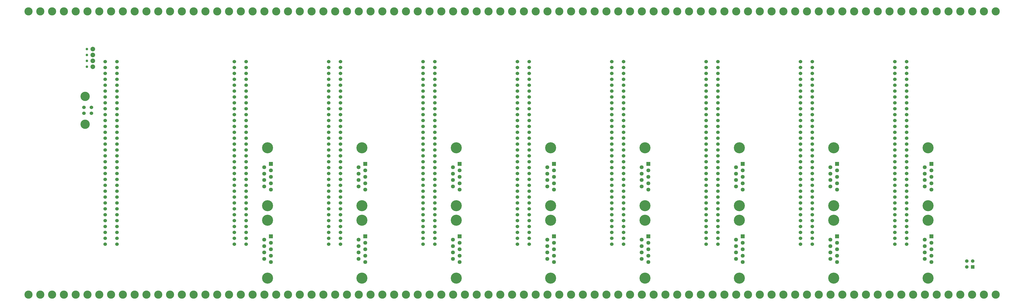
<source format=gbr>
G04 Layer_Color=255*
%FSLAX45Y45*%
%MOMM*%
%TF.FileFunction,Pads,Top*%
%TF.Part,Single*%
G01*
G75*
%TA.AperFunction,ComponentPad*%
%ADD12C,1.52400*%
%ADD13C,4.00000*%
%TA.AperFunction,ViaPad*%
%ADD14C,3.50000*%
%TA.AperFunction,ComponentPad*%
%ADD15C,4.76000*%
%ADD16R,1.69000X1.69000*%
%ADD17C,1.69000*%
%ADD18C,1.10000*%
%ADD19C,2.00000*%
%ADD20R,1.50000X1.50000*%
%ADD21C,1.50000*%
D12*
X7289800Y13489400D02*
D03*
Y13739400D02*
D03*
X7610800D02*
D03*
Y13489400D02*
D03*
X42722800Y15709900D02*
D03*
Y15455901D02*
D03*
Y15201900D02*
D03*
Y14947900D02*
D03*
Y14693900D02*
D03*
Y14439900D02*
D03*
Y14185899D02*
D03*
Y13931900D02*
D03*
Y13677901D02*
D03*
Y13423900D02*
D03*
Y13169901D02*
D03*
Y12915900D02*
D03*
Y12661900D02*
D03*
Y12407900D02*
D03*
Y12153900D02*
D03*
Y11899900D02*
D03*
Y11645900D02*
D03*
Y11391900D02*
D03*
Y11137900D02*
D03*
Y10883900D02*
D03*
Y10629900D02*
D03*
Y10375900D02*
D03*
Y10121900D02*
D03*
Y9867900D02*
D03*
Y9613900D02*
D03*
Y9359900D02*
D03*
Y9105900D02*
D03*
Y8851900D02*
D03*
Y8597900D02*
D03*
Y8343900D02*
D03*
Y8089900D02*
D03*
Y7835900D02*
D03*
X42214801Y15709900D02*
D03*
Y15455901D02*
D03*
Y15201900D02*
D03*
Y14947900D02*
D03*
Y14693900D02*
D03*
Y14439900D02*
D03*
Y14185899D02*
D03*
Y13931900D02*
D03*
Y13677901D02*
D03*
Y13423900D02*
D03*
Y13169901D02*
D03*
Y12915900D02*
D03*
Y12661900D02*
D03*
Y12407900D02*
D03*
Y12153900D02*
D03*
Y11899900D02*
D03*
Y11645900D02*
D03*
Y11391900D02*
D03*
Y11137900D02*
D03*
Y10883900D02*
D03*
Y10629900D02*
D03*
Y10375900D02*
D03*
Y10121900D02*
D03*
Y9867900D02*
D03*
Y9613900D02*
D03*
Y9359900D02*
D03*
Y9105900D02*
D03*
Y8851900D02*
D03*
Y8597900D02*
D03*
Y8343900D02*
D03*
Y8089900D02*
D03*
Y7835900D02*
D03*
X38658801Y15709900D02*
D03*
Y15455901D02*
D03*
Y15201900D02*
D03*
Y14947900D02*
D03*
Y14693900D02*
D03*
Y14439900D02*
D03*
Y14185899D02*
D03*
Y13931900D02*
D03*
Y13677901D02*
D03*
Y13423900D02*
D03*
Y13169901D02*
D03*
Y12915900D02*
D03*
Y12661900D02*
D03*
Y12407900D02*
D03*
Y12153900D02*
D03*
Y11899900D02*
D03*
Y11645900D02*
D03*
Y11391900D02*
D03*
Y11137900D02*
D03*
Y10883900D02*
D03*
Y10629900D02*
D03*
Y10375900D02*
D03*
Y10121900D02*
D03*
Y9867900D02*
D03*
Y9613900D02*
D03*
Y9359900D02*
D03*
Y9105900D02*
D03*
Y8851900D02*
D03*
Y8597900D02*
D03*
Y8343900D02*
D03*
Y8089900D02*
D03*
Y7835900D02*
D03*
X38150800Y15709900D02*
D03*
Y15455901D02*
D03*
Y15201900D02*
D03*
Y14947900D02*
D03*
Y14693900D02*
D03*
Y14439900D02*
D03*
Y14185899D02*
D03*
Y13931900D02*
D03*
Y13677901D02*
D03*
Y13423900D02*
D03*
Y13169901D02*
D03*
Y12915900D02*
D03*
Y12661900D02*
D03*
Y12407900D02*
D03*
Y12153900D02*
D03*
Y11899900D02*
D03*
Y11645900D02*
D03*
Y11391900D02*
D03*
Y11137900D02*
D03*
Y10883900D02*
D03*
Y10629900D02*
D03*
Y10375900D02*
D03*
Y10121900D02*
D03*
Y9867900D02*
D03*
Y9613900D02*
D03*
Y9359900D02*
D03*
Y9105900D02*
D03*
Y8851900D02*
D03*
Y8597900D02*
D03*
Y8343900D02*
D03*
Y8089900D02*
D03*
Y7835900D02*
D03*
X34594800Y15709900D02*
D03*
Y15455901D02*
D03*
Y15201900D02*
D03*
Y14947900D02*
D03*
Y14693900D02*
D03*
Y14439900D02*
D03*
Y14185899D02*
D03*
Y13931900D02*
D03*
Y13677901D02*
D03*
Y13423900D02*
D03*
Y13169901D02*
D03*
Y12915900D02*
D03*
Y12661900D02*
D03*
Y12407900D02*
D03*
Y12153900D02*
D03*
Y11899900D02*
D03*
Y11645900D02*
D03*
Y11391900D02*
D03*
Y11137900D02*
D03*
Y10883900D02*
D03*
Y10629900D02*
D03*
Y10375900D02*
D03*
Y10121900D02*
D03*
Y9867900D02*
D03*
Y9613900D02*
D03*
Y9359900D02*
D03*
Y9105900D02*
D03*
Y8851900D02*
D03*
Y8597900D02*
D03*
Y8343900D02*
D03*
Y8089900D02*
D03*
Y7835900D02*
D03*
X34086801Y15709900D02*
D03*
Y15455901D02*
D03*
Y15201900D02*
D03*
Y14947900D02*
D03*
Y14693900D02*
D03*
Y14439900D02*
D03*
Y14185899D02*
D03*
Y13931900D02*
D03*
Y13677901D02*
D03*
Y13423900D02*
D03*
Y13169901D02*
D03*
Y12915900D02*
D03*
Y12661900D02*
D03*
Y12407900D02*
D03*
Y12153900D02*
D03*
Y11899900D02*
D03*
Y11645900D02*
D03*
Y11391900D02*
D03*
Y11137900D02*
D03*
Y10883900D02*
D03*
Y10629900D02*
D03*
Y10375900D02*
D03*
Y10121900D02*
D03*
Y9867900D02*
D03*
Y9613900D02*
D03*
Y9359900D02*
D03*
Y9105900D02*
D03*
Y8851900D02*
D03*
Y8597900D02*
D03*
Y8343900D02*
D03*
Y8089900D02*
D03*
Y7835900D02*
D03*
X30530801Y15709900D02*
D03*
Y15455901D02*
D03*
Y15201900D02*
D03*
Y14947900D02*
D03*
Y14693900D02*
D03*
Y14439900D02*
D03*
Y14185899D02*
D03*
Y13931900D02*
D03*
Y13677901D02*
D03*
Y13423900D02*
D03*
Y13169901D02*
D03*
Y12915900D02*
D03*
Y12661900D02*
D03*
Y12407900D02*
D03*
Y12153900D02*
D03*
Y11899900D02*
D03*
Y11645900D02*
D03*
Y11391900D02*
D03*
Y11137900D02*
D03*
Y10883900D02*
D03*
Y10629900D02*
D03*
Y10375900D02*
D03*
Y10121900D02*
D03*
Y9867900D02*
D03*
Y9613900D02*
D03*
Y9359900D02*
D03*
Y9105900D02*
D03*
Y8851900D02*
D03*
Y8597900D02*
D03*
Y8343900D02*
D03*
Y8089900D02*
D03*
Y7835900D02*
D03*
X30022800Y15709900D02*
D03*
Y15455901D02*
D03*
Y15201900D02*
D03*
Y14947900D02*
D03*
Y14693900D02*
D03*
Y14439900D02*
D03*
Y14185899D02*
D03*
Y13931900D02*
D03*
Y13677901D02*
D03*
Y13423900D02*
D03*
Y13169901D02*
D03*
Y12915900D02*
D03*
Y12661900D02*
D03*
Y12407900D02*
D03*
Y12153900D02*
D03*
Y11899900D02*
D03*
Y11645900D02*
D03*
Y11391900D02*
D03*
Y11137900D02*
D03*
Y10883900D02*
D03*
Y10629900D02*
D03*
Y10375900D02*
D03*
Y10121900D02*
D03*
Y9867900D02*
D03*
Y9613900D02*
D03*
Y9359900D02*
D03*
Y9105900D02*
D03*
Y8851900D02*
D03*
Y8597900D02*
D03*
Y8343900D02*
D03*
Y8089900D02*
D03*
Y7835900D02*
D03*
X26466800Y15709900D02*
D03*
Y15455901D02*
D03*
Y15201900D02*
D03*
Y14947900D02*
D03*
Y14693900D02*
D03*
Y14439900D02*
D03*
Y14185899D02*
D03*
Y13931900D02*
D03*
Y13677901D02*
D03*
Y13423900D02*
D03*
Y13169901D02*
D03*
Y12915900D02*
D03*
Y12661900D02*
D03*
Y12407900D02*
D03*
Y12153900D02*
D03*
Y11899900D02*
D03*
Y11645900D02*
D03*
Y11391900D02*
D03*
Y11137900D02*
D03*
Y10883900D02*
D03*
Y10629900D02*
D03*
Y10375900D02*
D03*
Y10121900D02*
D03*
Y9867900D02*
D03*
Y9613900D02*
D03*
Y9359900D02*
D03*
Y9105900D02*
D03*
Y8851900D02*
D03*
Y8597900D02*
D03*
Y8343900D02*
D03*
Y8089900D02*
D03*
Y7835900D02*
D03*
X25958801Y15709900D02*
D03*
Y15455901D02*
D03*
Y15201900D02*
D03*
Y14947900D02*
D03*
Y14693900D02*
D03*
Y14439900D02*
D03*
Y14185899D02*
D03*
Y13931900D02*
D03*
Y13677901D02*
D03*
Y13423900D02*
D03*
Y13169901D02*
D03*
Y12915900D02*
D03*
Y12661900D02*
D03*
Y12407900D02*
D03*
Y12153900D02*
D03*
Y11899900D02*
D03*
Y11645900D02*
D03*
Y11391900D02*
D03*
Y11137900D02*
D03*
Y10883900D02*
D03*
Y10629900D02*
D03*
Y10375900D02*
D03*
Y10121900D02*
D03*
Y9867900D02*
D03*
Y9613900D02*
D03*
Y9359900D02*
D03*
Y9105900D02*
D03*
Y8851900D02*
D03*
Y8597900D02*
D03*
Y8343900D02*
D03*
Y8089900D02*
D03*
Y7835900D02*
D03*
X22402800Y15709900D02*
D03*
Y15455901D02*
D03*
Y15201900D02*
D03*
Y14947900D02*
D03*
Y14693900D02*
D03*
Y14439900D02*
D03*
Y14185899D02*
D03*
Y13931900D02*
D03*
Y13677901D02*
D03*
Y13423900D02*
D03*
Y13169901D02*
D03*
Y12915900D02*
D03*
Y12661900D02*
D03*
Y12407900D02*
D03*
Y12153900D02*
D03*
Y11899900D02*
D03*
Y11645900D02*
D03*
Y11391900D02*
D03*
Y11137900D02*
D03*
Y10883900D02*
D03*
Y10629900D02*
D03*
Y10375900D02*
D03*
Y10121900D02*
D03*
Y9867900D02*
D03*
Y9613900D02*
D03*
Y9359900D02*
D03*
Y9105900D02*
D03*
Y8851900D02*
D03*
Y8597900D02*
D03*
Y8343900D02*
D03*
Y8089900D02*
D03*
Y7835900D02*
D03*
X21894800Y15709900D02*
D03*
Y15455901D02*
D03*
Y15201900D02*
D03*
Y14947900D02*
D03*
Y14693900D02*
D03*
Y14439900D02*
D03*
Y14185899D02*
D03*
Y13931900D02*
D03*
Y13677901D02*
D03*
Y13423900D02*
D03*
Y13169901D02*
D03*
Y12915900D02*
D03*
Y12661900D02*
D03*
Y12407900D02*
D03*
Y12153900D02*
D03*
Y11899900D02*
D03*
Y11645900D02*
D03*
Y11391900D02*
D03*
Y11137900D02*
D03*
Y10883900D02*
D03*
Y10629900D02*
D03*
Y10375900D02*
D03*
Y10121900D02*
D03*
Y9867900D02*
D03*
Y9613900D02*
D03*
Y9359900D02*
D03*
Y9105900D02*
D03*
Y8851900D02*
D03*
Y8597900D02*
D03*
Y8343900D02*
D03*
Y8089900D02*
D03*
Y7835900D02*
D03*
X18338800Y15709900D02*
D03*
Y15455901D02*
D03*
Y15201900D02*
D03*
Y14947900D02*
D03*
Y14693900D02*
D03*
Y14439900D02*
D03*
Y14185899D02*
D03*
Y13931900D02*
D03*
Y13677901D02*
D03*
Y13423900D02*
D03*
Y13169901D02*
D03*
Y12915900D02*
D03*
Y12661900D02*
D03*
Y12407900D02*
D03*
Y12153900D02*
D03*
Y11899900D02*
D03*
Y11645900D02*
D03*
Y11391900D02*
D03*
Y11137900D02*
D03*
Y10883900D02*
D03*
Y10629900D02*
D03*
Y10375900D02*
D03*
Y10121900D02*
D03*
Y9867900D02*
D03*
Y9613900D02*
D03*
Y9359900D02*
D03*
Y9105900D02*
D03*
Y8851900D02*
D03*
Y8597900D02*
D03*
Y8343900D02*
D03*
Y8089900D02*
D03*
Y7835900D02*
D03*
X17830800Y15709900D02*
D03*
Y15455901D02*
D03*
Y15201900D02*
D03*
Y14947900D02*
D03*
Y14693900D02*
D03*
Y14439900D02*
D03*
Y14185899D02*
D03*
Y13931900D02*
D03*
Y13677901D02*
D03*
Y13423900D02*
D03*
Y13169901D02*
D03*
Y12915900D02*
D03*
Y12661900D02*
D03*
Y12407900D02*
D03*
Y12153900D02*
D03*
Y11899900D02*
D03*
Y11645900D02*
D03*
Y11391900D02*
D03*
Y11137900D02*
D03*
Y10883900D02*
D03*
Y10629900D02*
D03*
Y10375900D02*
D03*
Y10121900D02*
D03*
Y9867900D02*
D03*
Y9613900D02*
D03*
Y9359900D02*
D03*
Y9105900D02*
D03*
Y8851900D02*
D03*
Y8597900D02*
D03*
Y8343900D02*
D03*
Y8089900D02*
D03*
Y7835900D02*
D03*
X8712200Y15709900D02*
D03*
Y15455901D02*
D03*
Y15201900D02*
D03*
Y14947900D02*
D03*
Y14693900D02*
D03*
Y14439900D02*
D03*
Y14185899D02*
D03*
Y13931900D02*
D03*
Y13677901D02*
D03*
Y13423900D02*
D03*
Y13169901D02*
D03*
Y12915900D02*
D03*
Y12661900D02*
D03*
Y12407900D02*
D03*
Y12153900D02*
D03*
Y11899900D02*
D03*
Y11645900D02*
D03*
Y11391900D02*
D03*
Y11137900D02*
D03*
Y10883900D02*
D03*
Y10629900D02*
D03*
Y10375900D02*
D03*
Y10121900D02*
D03*
Y9867900D02*
D03*
Y9613900D02*
D03*
Y9359900D02*
D03*
Y9105900D02*
D03*
Y8851900D02*
D03*
Y8597900D02*
D03*
Y8343900D02*
D03*
Y8089900D02*
D03*
Y7835900D02*
D03*
X8204200Y15709900D02*
D03*
Y15455901D02*
D03*
Y15201900D02*
D03*
Y14947900D02*
D03*
Y14693900D02*
D03*
Y14439900D02*
D03*
Y14185899D02*
D03*
Y13931900D02*
D03*
Y13677901D02*
D03*
Y13423900D02*
D03*
Y13169901D02*
D03*
Y12915900D02*
D03*
Y12661900D02*
D03*
Y12407900D02*
D03*
Y12153900D02*
D03*
Y11899900D02*
D03*
Y11645900D02*
D03*
Y11391900D02*
D03*
Y11137900D02*
D03*
Y10883900D02*
D03*
Y10629900D02*
D03*
Y10375900D02*
D03*
Y10121900D02*
D03*
Y9867900D02*
D03*
Y9613900D02*
D03*
Y9359900D02*
D03*
Y9105900D02*
D03*
Y8851900D02*
D03*
Y8597900D02*
D03*
Y8343900D02*
D03*
Y8089900D02*
D03*
Y7835900D02*
D03*
X14274800Y15709900D02*
D03*
Y15455901D02*
D03*
Y15201900D02*
D03*
Y14947900D02*
D03*
Y14693900D02*
D03*
Y14439900D02*
D03*
Y14185899D02*
D03*
Y13931900D02*
D03*
Y13677901D02*
D03*
Y13423900D02*
D03*
Y13169901D02*
D03*
Y12915900D02*
D03*
Y12661900D02*
D03*
Y12407900D02*
D03*
Y12153900D02*
D03*
Y11899900D02*
D03*
Y11645900D02*
D03*
Y11391900D02*
D03*
Y11137900D02*
D03*
Y10883900D02*
D03*
Y10629900D02*
D03*
Y10375900D02*
D03*
Y10121900D02*
D03*
Y9867900D02*
D03*
Y9613900D02*
D03*
Y9359900D02*
D03*
Y9105900D02*
D03*
Y8851900D02*
D03*
Y8597900D02*
D03*
Y8343900D02*
D03*
Y8089900D02*
D03*
Y7835900D02*
D03*
X13766800Y15709900D02*
D03*
Y15455901D02*
D03*
Y15201900D02*
D03*
Y14947900D02*
D03*
Y14693900D02*
D03*
Y14439900D02*
D03*
Y14185899D02*
D03*
Y13931900D02*
D03*
Y13677901D02*
D03*
Y13423900D02*
D03*
Y13169901D02*
D03*
Y12915900D02*
D03*
Y12661900D02*
D03*
Y12407900D02*
D03*
Y12153900D02*
D03*
Y11899900D02*
D03*
Y11645900D02*
D03*
Y11391900D02*
D03*
Y11137900D02*
D03*
Y10883900D02*
D03*
Y10629900D02*
D03*
Y10375900D02*
D03*
Y10121900D02*
D03*
Y9867900D02*
D03*
Y9613900D02*
D03*
Y9359900D02*
D03*
Y9105900D02*
D03*
Y8851900D02*
D03*
Y8597900D02*
D03*
Y8343900D02*
D03*
Y8089900D02*
D03*
Y7835900D02*
D03*
D13*
X7340300Y14216400D02*
D03*
Y13012399D02*
D03*
D14*
X13538200Y5661660D02*
D03*
X14046201D02*
D03*
X13030200D02*
D03*
X11506200D02*
D03*
X12522200D02*
D03*
X12014200D02*
D03*
X9982200D02*
D03*
X10998200D02*
D03*
X10490200D02*
D03*
X5918200D02*
D03*
X6426200D02*
D03*
X5410200D02*
D03*
X7442200D02*
D03*
X7950200D02*
D03*
X6934200D02*
D03*
X8458200D02*
D03*
X9474200D02*
D03*
X8966200D02*
D03*
X4902200D02*
D03*
X14046201Y17884140D02*
D03*
X13538200D02*
D03*
X12522200D02*
D03*
X13030200D02*
D03*
X10998200D02*
D03*
X10490200D02*
D03*
X11506200D02*
D03*
X12014200D02*
D03*
X7950200D02*
D03*
X7442200D02*
D03*
X6426200D02*
D03*
X6934200D02*
D03*
X8966200D02*
D03*
X8458200D02*
D03*
X9474200D02*
D03*
X9982200D02*
D03*
X4902200D02*
D03*
X5410200D02*
D03*
X5918200D02*
D03*
X14554201Y5661660D02*
D03*
Y17884140D02*
D03*
X15570200D02*
D03*
X15062199D02*
D03*
X16586200D02*
D03*
X16078200D02*
D03*
X15062199Y5661660D02*
D03*
X15570200D02*
D03*
X16078200D02*
D03*
X16586200D02*
D03*
X17094200Y17884140D02*
D03*
X17602200D02*
D03*
X18110201D02*
D03*
X18618201D02*
D03*
X19126199D02*
D03*
X19634200D02*
D03*
X20142200D02*
D03*
X20650200D02*
D03*
X21158200D02*
D03*
X21666200D02*
D03*
X22174200D02*
D03*
X22682201D02*
D03*
X23190199D02*
D03*
X23698199D02*
D03*
X24206200D02*
D03*
X24714200D02*
D03*
X25222200D02*
D03*
X25730200D02*
D03*
X26238199D02*
D03*
X26746201D02*
D03*
X27254199D02*
D03*
X27762201D02*
D03*
X28270200D02*
D03*
X28778201D02*
D03*
X29286200D02*
D03*
X29794199D02*
D03*
X30302200D02*
D03*
X30810199D02*
D03*
X31318201D02*
D03*
X31826199D02*
D03*
X32334201D02*
D03*
X32842200D02*
D03*
X33350201D02*
D03*
X33858200D02*
D03*
X34366199D02*
D03*
X34874200D02*
D03*
X35382199D02*
D03*
X35890201D02*
D03*
X36398199D02*
D03*
X36906201D02*
D03*
X37414200D02*
D03*
X37922198D02*
D03*
X38430200D02*
D03*
X38938199D02*
D03*
X39446201D02*
D03*
X39954199D02*
D03*
X40462201D02*
D03*
X40970200D02*
D03*
X41478201D02*
D03*
X41986200D02*
D03*
X42494199D02*
D03*
X43002200D02*
D03*
X43510199D02*
D03*
X44018201D02*
D03*
X44526199D02*
D03*
X45034201D02*
D03*
X45542200D02*
D03*
X17094200Y5661660D02*
D03*
X17602200D02*
D03*
X18110201D02*
D03*
X18618201D02*
D03*
X19126199D02*
D03*
X19634200D02*
D03*
X20142200D02*
D03*
X20650200D02*
D03*
X21158200D02*
D03*
X21666200D02*
D03*
X22174200D02*
D03*
X22682201D02*
D03*
X23190199D02*
D03*
X23698199D02*
D03*
X24206200D02*
D03*
X24714200D02*
D03*
X25222200D02*
D03*
X25730200D02*
D03*
X26238199D02*
D03*
X26746201D02*
D03*
X27254199D02*
D03*
X27762201D02*
D03*
X28270200D02*
D03*
X28778201D02*
D03*
X29286200D02*
D03*
X29794199D02*
D03*
X30302200D02*
D03*
X30810199D02*
D03*
X31318201D02*
D03*
X31826199D02*
D03*
X32334201D02*
D03*
X32842200D02*
D03*
X33350201D02*
D03*
X33858200D02*
D03*
X34366199D02*
D03*
X34874200D02*
D03*
X35382199D02*
D03*
X35890201D02*
D03*
X36398199D02*
D03*
X36906201D02*
D03*
X37414200D02*
D03*
X37922198D02*
D03*
X38430200D02*
D03*
X38938199D02*
D03*
X39446201D02*
D03*
X39954199D02*
D03*
X40462201D02*
D03*
X40970200D02*
D03*
X41478201D02*
D03*
X41986200D02*
D03*
X42494199D02*
D03*
X43002200D02*
D03*
X43510199D02*
D03*
X44018201D02*
D03*
X44526199D02*
D03*
X45034201D02*
D03*
X45542200D02*
D03*
X46050201Y17884140D02*
D03*
X46558200D02*
D03*
Y5664200D02*
D03*
X46050201D02*
D03*
D15*
X15199400Y6370500D02*
D03*
Y8869500D02*
D03*
Y9494700D02*
D03*
Y11993700D02*
D03*
X19263400Y6370500D02*
D03*
Y8869500D02*
D03*
X23327400Y6370500D02*
D03*
Y8869500D02*
D03*
X27391400Y6370500D02*
D03*
Y8869500D02*
D03*
X31455399Y6370500D02*
D03*
Y8869500D02*
D03*
X35519400Y6370500D02*
D03*
Y8869500D02*
D03*
X39583401Y6370500D02*
D03*
Y8869500D02*
D03*
X43647400Y6370500D02*
D03*
Y8869500D02*
D03*
Y9494700D02*
D03*
Y11993700D02*
D03*
X39583401Y9494700D02*
D03*
Y11993700D02*
D03*
X35519400Y9494700D02*
D03*
Y11993700D02*
D03*
X31455399Y9494700D02*
D03*
Y11993700D02*
D03*
X27391400Y9494700D02*
D03*
Y11993700D02*
D03*
X23327400Y9494700D02*
D03*
Y11993700D02*
D03*
X19263400Y9494700D02*
D03*
Y11993700D02*
D03*
D16*
X15341400Y8174000D02*
D03*
Y11298200D02*
D03*
X19405400Y8174000D02*
D03*
X23469400D02*
D03*
X27533401D02*
D03*
X31597400D02*
D03*
X35661401D02*
D03*
X39725400D02*
D03*
X43789401D02*
D03*
Y11298200D02*
D03*
X39725400D02*
D03*
X35661401D02*
D03*
X31597400D02*
D03*
X27533401D02*
D03*
X23469400D02*
D03*
X19405400D02*
D03*
D17*
X15057401Y8035500D02*
D03*
X15341400Y7897000D02*
D03*
X15057401Y7758500D02*
D03*
X15341400Y7620000D02*
D03*
X15057401Y7481500D02*
D03*
X15341400Y7343000D02*
D03*
X15057401Y7204500D02*
D03*
X15341400Y7066000D02*
D03*
X15057401Y11159700D02*
D03*
X15341400Y11021200D02*
D03*
X15057401Y10882700D02*
D03*
X15341400Y10744200D02*
D03*
X15057401Y10605700D02*
D03*
X15341400Y10467200D02*
D03*
X15057401Y10328700D02*
D03*
X15341400Y10190200D02*
D03*
X19121400Y8035500D02*
D03*
X19405400Y7897000D02*
D03*
X19121400Y7758500D02*
D03*
X19405400Y7620000D02*
D03*
X19121400Y7481500D02*
D03*
X19405400Y7343000D02*
D03*
X19121400Y7204500D02*
D03*
X19405400Y7066000D02*
D03*
X23185400Y8035500D02*
D03*
X23469400Y7897000D02*
D03*
X23185400Y7758500D02*
D03*
X23469400Y7620000D02*
D03*
X23185400Y7481500D02*
D03*
X23469400Y7343000D02*
D03*
X23185400Y7204500D02*
D03*
X23469400Y7066000D02*
D03*
X27249399Y8035500D02*
D03*
X27533401Y7897000D02*
D03*
X27249399Y7758500D02*
D03*
X27533401Y7620000D02*
D03*
X27249399Y7481500D02*
D03*
X27533401Y7343000D02*
D03*
X27249399Y7204500D02*
D03*
X27533401Y7066000D02*
D03*
X31313400Y8035500D02*
D03*
X31597400Y7897000D02*
D03*
X31313400Y7758500D02*
D03*
X31597400Y7620000D02*
D03*
X31313400Y7481500D02*
D03*
X31597400Y7343000D02*
D03*
X31313400Y7204500D02*
D03*
X31597400Y7066000D02*
D03*
X35377399Y8035500D02*
D03*
X35661401Y7897000D02*
D03*
X35377399Y7758500D02*
D03*
X35661401Y7620000D02*
D03*
X35377399Y7481500D02*
D03*
X35661401Y7343000D02*
D03*
X35377399Y7204500D02*
D03*
X35661401Y7066000D02*
D03*
X39441400Y8035500D02*
D03*
X39725400Y7897000D02*
D03*
X39441400Y7758500D02*
D03*
X39725400Y7620000D02*
D03*
X39441400Y7481500D02*
D03*
X39725400Y7343000D02*
D03*
X39441400Y7204500D02*
D03*
X39725400Y7066000D02*
D03*
X43505399Y8035500D02*
D03*
X43789401Y7897000D02*
D03*
X43505399Y7758500D02*
D03*
X43789401Y7620000D02*
D03*
X43505399Y7481500D02*
D03*
X43789401Y7343000D02*
D03*
X43505399Y7204500D02*
D03*
X43789401Y7066000D02*
D03*
X43505399Y11159700D02*
D03*
X43789401Y11021200D02*
D03*
X43505399Y10882700D02*
D03*
X43789401Y10744200D02*
D03*
X43505399Y10605700D02*
D03*
X43789401Y10467200D02*
D03*
X43505399Y10328700D02*
D03*
X43789401Y10190200D02*
D03*
X39441400Y11159700D02*
D03*
X39725400Y11021200D02*
D03*
X39441400Y10882700D02*
D03*
X39725400Y10744200D02*
D03*
X39441400Y10605700D02*
D03*
X39725400Y10467200D02*
D03*
X39441400Y10328700D02*
D03*
X39725400Y10190200D02*
D03*
X35377399Y11159700D02*
D03*
X35661401Y11021200D02*
D03*
X35377399Y10882700D02*
D03*
X35661401Y10744200D02*
D03*
X35377399Y10605700D02*
D03*
X35661401Y10467200D02*
D03*
X35377399Y10328700D02*
D03*
X35661401Y10190200D02*
D03*
X31313400Y11159700D02*
D03*
X31597400Y11021200D02*
D03*
X31313400Y10882700D02*
D03*
X31597400Y10744200D02*
D03*
X31313400Y10605700D02*
D03*
X31597400Y10467200D02*
D03*
X31313400Y10328700D02*
D03*
X31597400Y10190200D02*
D03*
X27249399Y11159700D02*
D03*
X27533401Y11021200D02*
D03*
X27249399Y10882700D02*
D03*
X27533401Y10744200D02*
D03*
X27249399Y10605700D02*
D03*
X27533401Y10467200D02*
D03*
X27249399Y10328700D02*
D03*
X27533401Y10190200D02*
D03*
X23185400Y11159700D02*
D03*
X23469400Y11021200D02*
D03*
X23185400Y10882700D02*
D03*
X23469400Y10744200D02*
D03*
X23185400Y10605700D02*
D03*
X23469400Y10467200D02*
D03*
X23185400Y10328700D02*
D03*
X23469400Y10190200D02*
D03*
X19121400Y11159700D02*
D03*
X19405400Y11021200D02*
D03*
X19121400Y10882700D02*
D03*
X19405400Y10744200D02*
D03*
X19121400Y10605700D02*
D03*
X19405400Y10467200D02*
D03*
X19121400Y10328700D02*
D03*
X19405400Y10190200D02*
D03*
D18*
X7416800Y15494800D02*
D03*
Y16256799D02*
D03*
Y16002800D02*
D03*
Y15748801D02*
D03*
D19*
X7670800Y15494800D02*
D03*
Y16256799D02*
D03*
Y16002800D02*
D03*
Y15748801D02*
D03*
D20*
X45567599Y6858000D02*
D03*
D21*
X45313599D02*
D03*
X45567599Y7112000D02*
D03*
X45313599D02*
D03*
%TF.MD5,dc5bbd53330672daba86371322dfabb1*%
M02*

</source>
